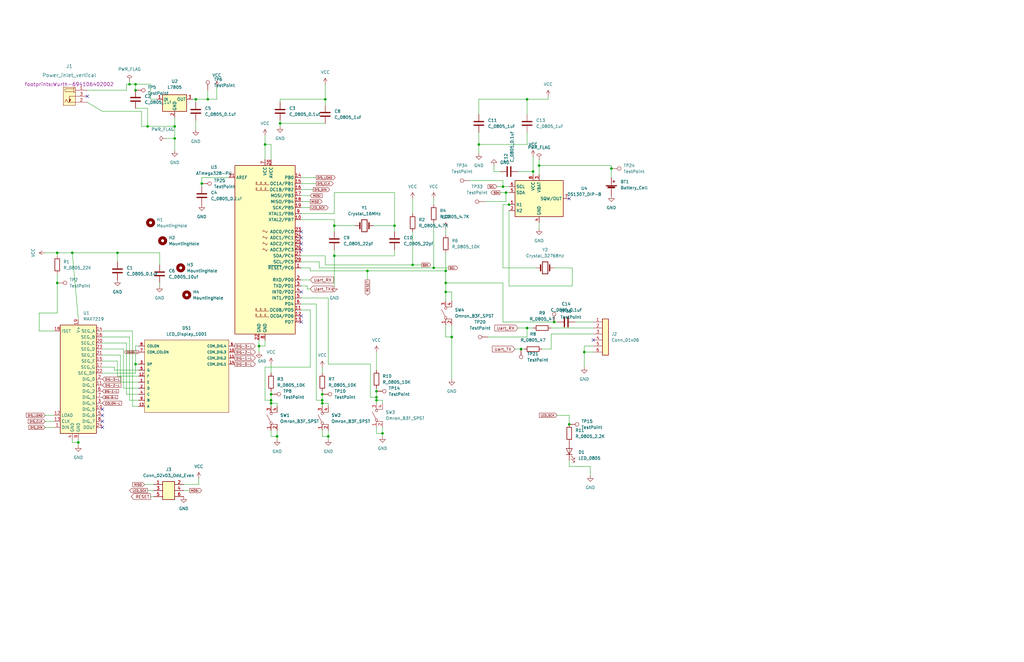
<source format=kicad_sch>
(kicad_sch (version 20211123) (generator eeschema)
  (paper "USLedger")
  (junction (at 158.75 167.64))
  (junction (at 73.66 58.42))
  (junction (at 173.99 111.76))
  (junction (at 227.33 69.85))
  (junction (at 135.89 168.91))
  (junction (at 166.37 95.25))
  (junction (at 116.84 184.15))
  (junction (at 158.75 165.1))
  (junction (at 222.25 41.91))
  (junction (at 57.15 153.67))
  (junction (at 57.15 38.1))
  (junction (at 114.3 166.37))
  (junction (at 135.89 170.18))
  (junction (at 49.53 106.68))
  (junction (at 190.5 142.24))
  (junction (at 54.61 35.56))
  (junction (at 187.96 119.38))
  (junction (at 257.81 71.12))
  (junction (at 224.79 72.39))
  (junction (at 213.36 81.28))
  (junction (at 135.89 166.37))
  (junction (at 158.75 168.91))
  (junction (at 212.09 78.74))
  (junction (at 240.03 179.07))
  (junction (at 214.63 86.36))
  (junction (at 140.97 107.95))
  (junction (at 114.3 168.91))
  (junction (at 219.71 147.32))
  (junction (at 140.97 95.25))
  (junction (at 111.76 60.96))
  (junction (at 118.11 52.07))
  (junction (at 114.3 170.18))
  (junction (at 182.88 113.03))
  (junction (at 33.02 186.69))
  (junction (at 24.13 106.68))
  (junction (at 85.09 77.47))
  (junction (at 30.48 106.68))
  (junction (at 222.25 138.43))
  (junction (at 62.23 53.34))
  (junction (at 246.38 148.59))
  (junction (at 82.55 41.91))
  (junction (at 24.13 119.38))
  (junction (at 233.68 135.89))
  (junction (at 154.94 114.3))
  (junction (at 187.96 123.19))
  (junction (at 137.16 41.91))
  (junction (at 201.93 60.96))
  (junction (at 57.15 35.56))
  (junction (at 87.63 41.91))
  (junction (at 138.43 184.15))
  (junction (at 73.66 53.34))
  (junction (at 161.29 182.88))
  (junction (at 109.22 146.05))
  (junction (at 187.96 114.3))
  (no_connect (at 127 100.33))
  (no_connect (at 127 97.79))
  (no_connect (at 127 105.41))
  (no_connect (at 127 102.87))
  (no_connect (at 36.83 40.64))
  (no_connect (at 43.18 177.8))
  (no_connect (at 43.18 175.26))
  (no_connect (at 43.18 180.34))
  (no_connect (at 43.18 172.72))
  (no_connect (at 240.03 83.82))
  (no_connect (at 127 123.19))
  (no_connect (at 127 133.35))
  (no_connect (at 127 135.89))
  (no_connect (at 250.19 143.51))
  (wire (pts (xy 62.23 53.34) (xy 73.66 53.34)))
  (wire (pts (xy 49.53 106.68) (xy 67.31 106.68)))
  (wire (pts (xy 73.66 49.53) (xy 73.66 53.34)))
  (wire (pts (xy 63.5 41.91) (xy 66.04 41.91)))
  (wire (pts (xy 127 90.17) (xy 140.97 90.17)))
  (wire (pts (xy 140.97 105.41) (xy 140.97 107.95)))
  (wire (pts (xy 114.3 153.67) (xy 114.3 157.48)))
  (wire (pts (xy 227.33 69.85) (xy 257.81 69.85)))
  (wire (pts (xy 127 120.65) (xy 129.54 120.65)))
  (wire (pts (xy 54.61 168.91) (xy 58.42 168.91)))
  (wire (pts (xy 48.26 154.94) (xy 48.26 156.21)))
  (wire (pts (xy 227.33 73.66) (xy 227.33 69.85)))
  (wire (pts (xy 127 92.71) (xy 140.97 92.71)))
  (wire (pts (xy 59.69 46.99) (xy 59.69 53.34)))
  (wire (pts (xy 246.38 148.59) (xy 246.38 154.94)))
  (wire (pts (xy 140.97 92.71) (xy 140.97 95.25)))
  (wire (pts (xy 127 118.11) (xy 130.81 118.11)))
  (wire (pts (xy 133.35 128.27) (xy 133.35 168.91)))
  (wire (pts (xy 82.55 50.8) (xy 82.55 54.61)))
  (wire (pts (xy 43.18 147.32) (xy 52.07 147.32)))
  (wire (pts (xy 233.68 135.89) (xy 234.95 135.89)))
  (wire (pts (xy 240.03 175.26) (xy 240.03 179.07)))
  (wire (pts (xy 54.61 35.56) (xy 57.15 35.56)))
  (wire (pts (xy 248.92 196.85) (xy 248.92 200.66)))
  (wire (pts (xy 96.52 74.93) (xy 85.09 74.93)))
  (wire (pts (xy 19.05 177.8) (xy 22.86 177.8)))
  (wire (pts (xy 140.97 107.95) (xy 140.97 120.65)))
  (wire (pts (xy 161.29 182.88) (xy 161.29 184.15)))
  (wire (pts (xy 187.96 119.38) (xy 212.09 119.38)))
  (wire (pts (xy 53.34 35.56) (xy 54.61 35.56)))
  (wire (pts (xy 204.47 85.09) (xy 213.36 85.09)))
  (wire (pts (xy 208.28 69.85) (xy 208.28 72.39)))
  (wire (pts (xy 190.5 123.19) (xy 187.96 123.19)))
  (wire (pts (xy 24.13 132.08) (xy 16.51 132.08)))
  (wire (pts (xy 212.09 135.89) (xy 233.68 135.89)))
  (wire (pts (xy 201.93 41.91) (xy 222.25 41.91)))
  (wire (pts (xy 130.81 114.3) (xy 154.94 114.3)))
  (wire (pts (xy 134.62 110.49) (xy 134.62 113.03)))
  (wire (pts (xy 214.63 120.65) (xy 241.3 120.65)))
  (wire (pts (xy 114.3 181.61) (xy 114.3 184.15)))
  (wire (pts (xy 49.53 106.68) (xy 49.53 110.49)))
  (wire (pts (xy 48.26 156.21) (xy 58.42 156.21)))
  (wire (pts (xy 111.76 146.05) (xy 109.22 146.05)))
  (wire (pts (xy 49.53 158.75) (xy 58.42 158.75)))
  (wire (pts (xy 222.25 138.43) (xy 224.79 138.43)))
  (wire (pts (xy 158.75 167.64) (xy 158.75 168.91)))
  (wire (pts (xy 109.22 143.51) (xy 109.22 146.05)))
  (wire (pts (xy 57.15 153.67) (xy 58.42 153.67)))
  (wire (pts (xy 127 125.73) (xy 138.43 125.73)))
  (wire (pts (xy 137.16 107.95) (xy 137.16 111.76)))
  (wire (pts (xy 43.18 152.4) (xy 49.53 152.4)))
  (wire (pts (xy 210.82 81.28) (xy 213.36 81.28)))
  (wire (pts (xy 24.13 106.68) (xy 24.13 107.95)))
  (wire (pts (xy 138.43 184.15) (xy 138.43 185.42)))
  (wire (pts (xy 43.18 144.78) (xy 53.34 144.78)))
  (wire (pts (xy 30.48 106.68) (xy 33.02 134.62)))
  (wire (pts (xy 109.22 146.05) (xy 109.22 148.59)))
  (wire (pts (xy 135.89 166.37) (xy 135.89 168.91)))
  (wire (pts (xy 212.09 78.74) (xy 212.09 76.2)))
  (wire (pts (xy 43.18 149.86) (xy 50.8 149.86)))
  (wire (pts (xy 81.28 41.91) (xy 82.55 41.91)))
  (wire (pts (xy 135.89 165.1) (xy 135.89 166.37)))
  (wire (pts (xy 187.96 106.68) (xy 187.96 114.3)))
  (wire (pts (xy 36.83 43.18) (xy 43.18 46.99)))
  (wire (pts (xy 49.53 152.4) (xy 49.53 158.75)))
  (wire (pts (xy 114.3 184.15) (xy 116.84 184.15)))
  (wire (pts (xy 127 80.01) (xy 132.08 80.01)))
  (wire (pts (xy 16.51 132.08) (xy 16.51 139.7)))
  (wire (pts (xy 30.48 106.68) (xy 49.53 106.68)))
  (wire (pts (xy 77.47 204.47) (xy 83.82 204.47)))
  (wire (pts (xy 158.75 163.83) (xy 158.75 165.1)))
  (wire (pts (xy 213.36 81.28) (xy 214.63 81.28)))
  (wire (pts (xy 111.76 154.94) (xy 111.76 168.91)))
  (wire (pts (xy 82.55 43.18) (xy 82.55 41.91)))
  (wire (pts (xy 127 128.27) (xy 133.35 128.27)))
  (wire (pts (xy 173.99 83.82) (xy 173.99 90.17)))
  (wire (pts (xy 43.18 154.94) (xy 48.26 154.94)))
  (wire (pts (xy 212.09 76.2) (xy 198.12 76.2)))
  (wire (pts (xy 57.15 45.72) (xy 62.23 45.72)))
  (wire (pts (xy 135.89 168.91) (xy 135.89 170.18)))
  (wire (pts (xy 138.43 125.73) (xy 138.43 153.67)))
  (wire (pts (xy 116.84 170.18) (xy 114.3 170.18)))
  (wire (pts (xy 43.18 139.7) (xy 55.88 139.7)))
  (wire (pts (xy 214.63 86.36) (xy 212.09 86.36)))
  (wire (pts (xy 157.48 95.25) (xy 166.37 95.25)))
  (wire (pts (xy 182.88 93.98) (xy 182.88 113.03)))
  (wire (pts (xy 140.97 95.25) (xy 149.86 95.25)))
  (wire (pts (xy 138.43 181.61) (xy 138.43 184.15)))
  (wire (pts (xy 222.25 41.91) (xy 222.25 48.26)))
  (wire (pts (xy 127 113.03) (xy 130.81 113.03)))
  (wire (pts (xy 138.43 153.67) (xy 156.21 153.67)))
  (wire (pts (xy 201.93 41.91) (xy 201.93 48.26)))
  (wire (pts (xy 116.84 171.45) (xy 116.84 170.18)))
  (wire (pts (xy 134.62 113.03) (xy 182.88 113.03)))
  (wire (pts (xy 62.23 45.72) (xy 62.23 53.34)))
  (wire (pts (xy 58.42 146.05) (xy 57.15 146.05)))
  (wire (pts (xy 257.81 71.12) (xy 257.81 74.93)))
  (wire (pts (xy 240.03 194.31) (xy 240.03 196.85)))
  (wire (pts (xy 55.88 171.45) (xy 58.42 171.45)))
  (wire (pts (xy 135.89 170.18) (xy 135.89 171.45)))
  (wire (pts (xy 63.5 209.55) (xy 64.77 209.55)))
  (wire (pts (xy 158.75 165.1) (xy 158.75 167.64)))
  (wire (pts (xy 140.97 107.95) (xy 166.37 107.95)))
  (wire (pts (xy 250.19 140.97) (xy 232.41 140.97)))
  (wire (pts (xy 187.96 137.16) (xy 187.96 142.24)))
  (wire (pts (xy 158.75 168.91) (xy 158.75 170.18)))
  (wire (pts (xy 127 130.81) (xy 130.81 130.81)))
  (wire (pts (xy 130.81 113.03) (xy 130.81 114.3)))
  (wire (pts (xy 222.25 55.88) (xy 222.25 60.96)))
  (wire (pts (xy 43.18 46.99) (xy 59.69 46.99)))
  (wire (pts (xy 118.11 43.18) (xy 118.11 41.91)))
  (wire (pts (xy 111.76 154.94) (xy 130.81 154.94)))
  (wire (pts (xy 224.79 66.04) (xy 224.79 72.39)))
  (wire (pts (xy 59.69 53.34) (xy 62.23 53.34)))
  (wire (pts (xy 111.76 168.91) (xy 114.3 168.91)))
  (wire (pts (xy 114.3 165.1) (xy 114.3 166.37)))
  (wire (pts (xy 127 110.49) (xy 134.62 110.49)))
  (wire (pts (xy 166.37 95.25) (xy 166.37 97.79)))
  (wire (pts (xy 190.5 127) (xy 190.5 123.19)))
  (wire (pts (xy 24.13 119.38) (xy 24.13 132.08)))
  (wire (pts (xy 30.48 185.42) (xy 30.48 186.69)))
  (wire (pts (xy 36.83 38.1) (xy 53.34 38.1)))
  (wire (pts (xy 53.34 38.1) (xy 53.34 35.56)))
  (wire (pts (xy 217.17 147.32) (xy 219.71 147.32)))
  (wire (pts (xy 127 82.55) (xy 130.81 82.55)))
  (wire (pts (xy 127 85.09) (xy 130.81 85.09)))
  (wire (pts (xy 114.3 170.18) (xy 114.3 171.45)))
  (wire (pts (xy 83.82 201.93) (xy 83.82 204.47)))
  (wire (pts (xy 53.34 166.37) (xy 58.42 166.37)))
  (wire (pts (xy 215.9 86.36) (xy 214.63 86.36)))
  (wire (pts (xy 67.31 119.38) (xy 67.31 120.65)))
  (wire (pts (xy 114.3 67.31) (xy 114.3 60.96)))
  (wire (pts (xy 224.79 72.39) (xy 224.79 73.66)))
  (wire (pts (xy 187.96 142.24) (xy 190.5 142.24)))
  (wire (pts (xy 156.21 153.67) (xy 156.21 167.64)))
  (wire (pts (xy 218.44 72.39) (xy 224.79 72.39)))
  (wire (pts (xy 201.93 60.96) (xy 222.25 60.96)))
  (wire (pts (xy 127 87.63) (xy 130.81 87.63)))
  (wire (pts (xy 241.3 113.03) (xy 233.68 113.03)))
  (wire (pts (xy 50.8 149.86) (xy 50.8 161.29)))
  (wire (pts (xy 214.63 88.9) (xy 214.63 120.65)))
  (wire (pts (xy 133.35 168.91) (xy 135.89 168.91)))
  (wire (pts (xy 114.3 168.91) (xy 114.3 170.18)))
  (wire (pts (xy 210.82 72.39) (xy 208.28 72.39)))
  (wire (pts (xy 166.37 81.28) (xy 166.37 95.25)))
  (wire (pts (xy 50.8 161.29) (xy 58.42 161.29)))
  (wire (pts (xy 213.36 81.28) (xy 213.36 85.09)))
  (wire (pts (xy 129.54 121.92) (xy 130.81 121.92)))
  (wire (pts (xy 43.18 157.48) (xy 57.15 157.48)))
  (wire (pts (xy 91.44 36.83) (xy 91.44 41.91)))
  (wire (pts (xy 205.74 142.24) (xy 222.25 142.24)))
  (wire (pts (xy 242.57 135.89) (xy 250.19 135.89)))
  (wire (pts (xy 67.31 106.68) (xy 67.31 111.76)))
  (wire (pts (xy 85.09 77.47) (xy 85.09 78.74)))
  (wire (pts (xy 137.16 35.56) (xy 137.16 41.91)))
  (wire (pts (xy 85.09 74.93) (xy 85.09 77.47)))
  (wire (pts (xy 246.38 148.59) (xy 250.19 148.59)))
  (wire (pts (xy 118.11 41.91) (xy 137.16 41.91)))
  (wire (pts (xy 127 77.47) (xy 133.35 77.47)))
  (wire (pts (xy 77.47 207.01) (xy 80.01 207.01)))
  (wire (pts (xy 232.41 140.97) (xy 232.41 147.32)))
  (wire (pts (xy 212.09 113.03) (xy 226.06 113.03)))
  (wire (pts (xy 54.61 142.24) (xy 54.61 168.91)))
  (wire (pts (xy 114.3 166.37) (xy 114.3 168.91)))
  (wire (pts (xy 234.95 175.26) (xy 240.03 175.26)))
  (wire (pts (xy 127 107.95) (xy 137.16 107.95)))
  (wire (pts (xy 19.05 180.34) (xy 22.86 180.34)))
  (wire (pts (xy 116.84 184.15) (xy 116.84 185.42)))
  (wire (pts (xy 30.48 186.69) (xy 33.02 186.69)))
  (wire (pts (xy 212.09 78.74) (xy 214.63 78.74)))
  (wire (pts (xy 158.75 148.59) (xy 158.75 156.21)))
  (wire (pts (xy 87.63 38.1) (xy 87.63 41.91)))
  (wire (pts (xy 135.89 154.94) (xy 135.89 157.48)))
  (wire (pts (xy 232.41 138.43) (xy 250.19 138.43)))
  (wire (pts (xy 82.55 41.91) (xy 87.63 41.91)))
  (wire (pts (xy 227.33 93.98) (xy 227.33 96.52)))
  (wire (pts (xy 135.89 184.15) (xy 138.43 184.15)))
  (wire (pts (xy 190.5 137.16) (xy 190.5 142.24)))
  (wire (pts (xy 212.09 119.38) (xy 212.09 135.89)))
  (wire (pts (xy 19.05 175.26) (xy 22.86 175.26)))
  (wire (pts (xy 111.76 57.15) (xy 111.76 60.96)))
  (wire (pts (xy 53.34 144.78) (xy 53.34 166.37)))
  (wire (pts (xy 222.25 41.91) (xy 231.14 41.91)))
  (wire (pts (xy 201.93 55.88) (xy 201.93 60.96)))
  (wire (pts (xy 138.43 171.45) (xy 138.43 170.18)))
  (wire (pts (xy 187.96 119.38) (xy 187.96 123.19)))
  (wire (pts (xy 240.03 196.85) (xy 248.92 196.85)))
  (wire (pts (xy 140.97 95.25) (xy 140.97 97.79)))
  (wire (pts (xy 24.13 115.57) (xy 24.13 119.38)))
  (wire (pts (xy 63.5 35.56) (xy 57.15 35.56)))
  (wire (pts (xy 111.76 60.96) (xy 114.3 60.96)))
  (wire (pts (xy 257.81 69.85) (xy 257.81 71.12)))
  (wire (pts (xy 228.6 147.32) (xy 232.41 147.32)))
  (wire (pts (xy 154.94 114.3) (xy 154.94 118.11)))
  (wire (pts (xy 63.5 35.56) (xy 63.5 41.91)))
  (wire (pts (xy 138.43 170.18) (xy 135.89 170.18)))
  (wire (pts (xy 118.11 50.8) (xy 118.11 52.07)))
  (wire (pts (xy 212.09 86.36) (xy 212.09 113.03)))
  (wire (pts (xy 60.96 204.47) (xy 64.77 204.47)))
  (wire (pts (xy 73.66 58.42) (xy 73.66 63.5)))
  (wire (pts (xy 57.15 146.05) (xy 57.15 153.67)))
  (wire (pts (xy 190.5 142.24) (xy 190.5 160.02)))
  (wire (pts (xy 227.33 67.31) (xy 227.33 69.85)))
  (wire (pts (xy 111.76 60.96) (xy 111.76 67.31)))
  (wire (pts (xy 19.05 106.68) (xy 24.13 106.68)))
  (wire (pts (xy 250.19 146.05) (xy 246.38 146.05)))
  (wire (pts (xy 219.71 147.32) (xy 220.98 147.32)))
  (wire (pts (xy 116.84 181.61) (xy 116.84 184.15)))
  (wire (pts (xy 156.21 167.64) (xy 158.75 167.64)))
  (wire (pts (xy 166.37 105.41) (xy 166.37 107.95)))
  (wire (pts (xy 43.18 142.24) (xy 54.61 142.24)))
  (wire (pts (xy 129.54 120.65) (xy 129.54 121.92)))
  (wire (pts (xy 33.02 185.42) (xy 33.02 186.69)))
  (wire (pts (xy 187.96 123.19) (xy 187.96 127)))
  (wire (pts (xy 52.07 147.32) (xy 52.07 163.83)))
  (wire (pts (xy 33.02 186.69) (xy 33.02 187.96)))
  (wire (pts (xy 57.15 38.1) (xy 57.15 35.56)))
  (wire (pts (xy 231.14 40.64) (xy 231.14 41.91)))
  (wire (pts (xy 111.76 143.51) (xy 111.76 146.05)))
  (wire (pts (xy 118.11 52.07) (xy 137.16 52.07)))
  (wire (pts (xy 62.23 207.01) (xy 64.77 207.01)))
  (wire (pts (xy 87.63 41.91) (xy 91.44 41.91)))
  (wire (pts (xy 209.55 78.74) (xy 212.09 78.74)))
  (wire (pts (xy 161.29 170.18) (xy 161.29 168.91)))
  (wire (pts (xy 173.99 111.76) (xy 177.8 111.76)))
  (wire (pts (xy 218.44 138.43) (xy 222.25 138.43)))
  (wire (pts (xy 135.89 181.61) (xy 135.89 184.15)))
  (wire (pts (xy 54.61 34.29) (xy 54.61 35.56)))
  (wire (pts (xy 246.38 146.05) (xy 246.38 148.59)))
  (wire (pts (xy 182.88 83.82) (xy 182.88 86.36)))
  (wire (pts (xy 16.51 139.7) (xy 22.86 139.7)))
  (wire (pts (xy 57.15 153.67) (xy 57.15 157.48)))
  (wire (pts (xy 140.97 90.17) (xy 140.97 81.28)))
  (wire (pts (xy 173.99 97.79) (xy 173.99 111.76)))
  (wire (pts (xy 137.16 41.91) (xy 137.16 44.45)))
  (wire (pts (xy 222.25 138.43) (xy 222.25 142.24)))
  (wire (pts (xy 201.93 60.96) (xy 201.93 64.77)))
  (wire (pts (xy 52.07 163.83) (xy 58.42 163.83)))
  (wire (pts (xy 69.85 58.42) (xy 73.66 58.42)))
  (wire (pts (xy 158.75 182.88) (xy 161.29 182.88)))
  (wire (pts (xy 161.29 168.91) (xy 158.75 168.91)))
  (wire (pts (xy 24.13 106.68) (xy 30.48 106.68)))
  (wire (pts (xy 130.81 130.81) (xy 130.81 154.94)))
  (wire (pts (xy 241.3 120.65) (xy 241.3 113.03)))
  (wire (pts (xy 154.94 114.3) (xy 187.96 114.3)))
  (wire (pts (xy 140.97 81.28) (xy 166.37 81.28)))
  (wire (pts (xy 158.75 180.34) (xy 158.75 182.88)))
  (wire (pts (xy 73.66 53.34) (xy 73.66 58.42)))
  (wire (pts (xy 118.11 52.07) (xy 118.11 53.34)))
  (wire (pts (xy 187.96 114.3) (xy 187.96 119.38)))
  (wire (pts (xy 55.88 139.7) (xy 55.88 171.45)))
  (wire (pts (xy 182.88 113.03) (xy 189.23 113.03)))
  (wire (pts (xy 127 74.93) (xy 133.35 74.93)))
  (wire (pts (xy 137.16 111.76) (xy 173.99 111.76)))
  (wire (pts (xy 187.96 96.52) (xy 187.96 99.06)))
  (wire (pts (xy 161.29 180.34) (xy 161.29 182.88)))
  (global_label "DIS_LOAD" (shape output) (at 133.35 74.93 0) (effects (font (size 0.91 0.91))) (property "Intersheet References" "${INTERSHEET_REFS}" (effects hide)))
  (global_label "SDA" (shape output) (at 210.82 81.28 180) (effects (font (size 0.81 0.81))) (property "Intersheet References" "${INTERSHEET_REFS}" (effects hide)))
  (global_label "SDA" (shape output) (at 177.8 111.76 0) (effects (font (size 0.81 0.81))) (property "Intersheet References" "${INTERSHEET_REFS}" (effects hide)))
  (global_label "MISO" (shape input) (at 60.96 204.47 180) (effects (font (size 0.91 0.91))) (property "Intersheet References" "${INTERSHEET_REFS}" (effects hide)))
  (global_label "DIG-3-L" (shape input) (at 43.18 160.02 0) (effects (font (size 0.91 0.91))) (property "Intersheet References" "${INTERSHEET_REFS}" (effects hide)))
  (global_label "Uart_TX" (shape input) (at 130.81 121.92 0) (property "Intersheet References" "${INTERSHEET_REFS}" (effects hide)))
  (global_label "COLON-L" (shape input) (at 43.18 170.18 0) (effects (font (size 0.91 0.91))) (property "Intersheet References" "${INTERSHEET_REFS}" (effects hide)))
  (global_label "Uart_TX" (shape input) (at 217.17 147.32 180) (property "Intersheet References" "${INTERSHEET_REFS}" (effects hide)))
  (global_label "DIS_CLK" (shape input) (at 19.05 177.8 180) (effects (font (size 0.91 0.91))) (property "Intersheet References" "${INTERSHEET_REFS}" (effects hide)))
  (global_label "DIG-3-L" (shape output) (at 99.06 146.05 0) (effects (font (size 1 1))) (property "Intersheet References" "${INTERSHEET_REFS}" (effects hide)))
  (global_label "DIS_LOAD" (shape input) (at 19.05 175.26 180) (effects (font (size 0.91 0.91))) (property "Intersheet References" "${INTERSHEET_REFS}" (effects hide)))
  (global_label "DIG-0-L" (shape output) (at 99.06 153.67 0) (effects (font (size 1 1))) (property "Intersheet References" "${INTERSHEET_REFS}" (effects hide)))
  (global_label "Uart_RX" (shape input) (at 218.44 138.43 180) (property "Intersheet References" "${INTERSHEET_REFS}" (effects hide)))
  (global_label "MISO" (shape output) (at 130.81 85.09 0) (effects (font (size 0.91 0.91))) (property "Intersheet References" "${INTERSHEET_REFS}" (effects hide)))
  (global_label "MOSI" (shape input) (at 130.81 82.55 0) (effects (font (size 0.91 0.91))) (property "Intersheet References" "${INTERSHEET_REFS}" (effects hide)))
  (global_label "DIG-2-L" (shape output) (at 99.06 148.59 0) (effects (font (size 1 1))) (property "Intersheet References" "${INTERSHEET_REFS}" (effects hide)))
  (global_label "DIS_DIN" (shape input) (at 19.05 180.34 180) (effects (font (size 0.91 0.91))) (property "Intersheet References" "${INTERSHEET_REFS}" (effects hide)))
  (global_label "DIS_CLK" (shape output) (at 133.35 77.47 0) (effects (font (size 0.91 0.91))) (property "Intersheet References" "${INTERSHEET_REFS}" (effects hide)))
  (global_label "COLON-L" (shape output) (at 58.42 148.59 180) (effects (font (size 0.67 0.67))) (property "Intersheet References" "${INTERSHEET_REFS}" (effects hide)))
  (global_label "DIS_DIN" (shape output) (at 132.08 80.01 0) (effects (font (size 0.91 0.91))) (property "Intersheet References" "${INTERSHEET_REFS}" (effects hide)))
  (global_label "LED_SCK" (shape output) (at 62.23 207.01 180) (effects (font (size 0.91 0.91))) (property "Intersheet References" "${INTERSHEET_REFS}" (effects hide)))
  (global_label "DIG-1-L" (shape input) (at 43.18 165.1 0) (effects (font (size 0.79 0.79))) (property "Intersheet References" "${INTERSHEET_REFS}" (effects hide)))
  (global_label "SCL" (shape output) (at 189.23 113.03 0) (effects (font (size 0.81 0.81))) (property "Intersheet References" "${INTERSHEET_REFS}" (effects hide)))
  (global_label "MOSI" (shape output) (at 80.01 207.01 0) (effects (font (size 0.91 0.91))) (property "Intersheet References" "${INTERSHEET_REFS}" (effects hide)))
  (global_label "DIG-0-L" (shape input) (at 43.18 167.64 0) (effects (font (size 0.75 0.75))) (property "Intersheet References" "${INTERSHEET_REFS}" (effects hide)))
  (global_label "SCL" (shape input) (at 209.55 78.74 180) (effects (font (size 0.81 0.81))) (property "Intersheet References" "${INTERSHEET_REFS}" (effects hide)))
  (global_label "LED_SCK" (shape output) (at 130.81 87.63 0) (effects (font (size 0.91 0.91))) (property "Intersheet References" "${INTERSHEET_REFS}" (effects hide)))
  (global_label "LED_SCK" (shape input) (at 234.95 175.26 180) (effects (font (size 0.91 0.91))) (property "Intersheet References" "${INTERSHEET_REFS}" (effects hide)))
  (global_label "RESET" (shape output) (at 63.5 209.55 180) (property "Intersheet References" "${INTERSHEET_REFS}" (effects hide)))
  (global_label "RESET" (shape output) (at 154.94 118.11 270) (effects (font (size 1 1))) (property "Intersheet References" "${INTERSHEET_REFS}" (effects hide)))
  (global_label "DIG-2-L" (shape input) (at 43.18 162.56 0) (effects (font (size 0.91 0.91))) (property "Intersheet References" "${INTERSHEET_REFS}" (effects hide)))
  (global_label "DIG-1-L" (shape output) (at 99.06 151.13 0) (effects (font (size 1 1))) (property "Intersheet References" "${INTERSHEET_REFS}" (effects hide)))
  (global_label "Uart_RX" (shape input) (at 130.81 118.11 0) (property "Intersheet References" "${INTERSHEET_REFS}" (effects hide)))
  (symbol (lib_id "HPS:Crystal_32768Hz") (at 229.87 113.03 0) (unit 1)
    (property "Reference" "Y2" (at 229.87 105.41 0))
    (property "Value" "Crystal_32768Hz" (at 229.87 107.95 0))
    (property "Footprint" "footprints:Crystal_SMD_2Pin_3.2x1.5mm" (effects hide))
    (property "Datasheet" "https://www.jauch.com/downloadfile/57fde22d50dbf_d3c203011c87952f2834/jtx310-auto-2-210512.pdf" (effects hide))
    (property "MFG" "Jauch Quartz" (effects hide))
    (property "MPN" "Q 0,032768-JTX310-12,5-20-T1-HMR-50K-LF" (effects hide))
    (property "Digikey PN" "1908-1314-1-ND" (effects hide))
    (property "Mouser PN" "N/A" (effects hide))
  )
  (symbol (lib_id "HPS:R_0805_10K") (at 114.3 161.29 0) (unit 1)
    (property "Reference" "R3" (at 116.84 160.0199 0) (effects (justify left)))
    (property "Value" "R_0805_10K" (at 116.84 162.5599 0) (effects (justify left)))
    (property "Footprint" "footprints:R_0805_2012Metric" (effects hide))
    (property "Datasheet" "https://www.digikey.com/en/products/detail/yageo/RC0805FR-0710KL/727535" (effects hide))
    (property "MFG" "Yageo" (effects hide))
    (property "MPN" "RC0805FR-0710KL" (effects hide))
    (property "Digikey PN" "311-10.0KCRCT-ND" (effects hide))
    (property "Mouser PN" "N/A" (effects hide))
    (property "Power" "N/A" (effects hide))
    (property "Tolerance" "N/A" (effects hide))
  )
  (symbol (lib_id "HPS:TestPoint") (at 87.63 38.1 0) (unit 1)
    (property "Reference" "TP6" (at 90.17 33.5279 0) (effects (justify left)))
    (property "Value" "TestPoint" (at 90.17 36.0679 0) (effects (justify left)))
    (property "Footprint" "footprints:TestPoint_THTPad_D2.0mm_Drill1.0mm" (effects hide))
  )
  (symbol (lib_id "HPS:VCC") (at 19.05 106.68 90) (unit 1)
    (property "Reference" "#PWR01" (effects hide))
    (property "Value" "VCC" (at 13.97 106.68 0))
  )
  (symbol (lib_id "HPS:GND") (at 138.43 185.42 0) (unit 1)
    (property "Reference" "#PWR0105" (effects hide))
    (property "Value" "GND" (at 138.43 190.5 0))
  )
  (symbol (lib_id "HPS:GND") (at 248.92 200.66 0) (unit 1)
    (property "Reference" "#PWR0104" (effects hide))
    (property "Value" "GND" (at 248.92 205.74 0))
  )
  (symbol (lib_id "HPS:Conn_01x06") (at 255.27 140.97 0) (unit 1)
    (property "Reference" "J2" (at 257.81 140.9699 0) (effects (justify left)))
    (property "Value" "Conn_01x06" (at 257.81 143.5099 0) (effects (justify left)))
    (property "Footprint" "footprints:PinHeader_1x06_P2.54mm_Vertical" (effects hide))
    (property "Datasheet" "https://www.we-online.de/katalog/datasheet/6130xx11121.pdf" (effects hide))
    (property "MFG" "Würth Elektronik" (effects hide))
    (property "MPN" "61300611121" (effects hide))
    (property "Digikey PN" "732-5319-ND" (effects hide))
    (property "Mouser PN" "N/A" (effects hide))
  )
  (symbol (lib_id "HPS:C_0805_22pf") (at 140.97 101.6 0) (unit 1)
    (property "Reference" "C9" (at 144.78 100.3299 0) (effects (justify left)))
    (property "Value" "C_0805_22pf" (at 144.78 102.8699 0) (effects (justify left)))
    (property "Footprint" "footprints:C_0805_2012Metric" (effects hide))
    (property "Datasheet" "https://www.yageo.com/upload/media/product/productsearch/datasheet/mlcc/UPY-GP_NP0_16V-to-50V_18.pdf" (effects hide))
    (property "MFG" "Yageo" (effects hide))
    (property "MPN" "CC0805JRNPO9BN220" (effects hide))
    (property "Digikey PN" "311-1103-1-ND" (effects hide))
    (property "Mouser PN" "N/A" (effects hide))
    (property "Voltage" "N/A" (effects hide))
    (property "Dielectric" "N/A" (effects hide))
    (property "Tolerance" "N/A" (effects hide))
  )
  (symbol (lib_id "HPS:GND") (at 246.38 154.94 0) (unit 1)
    (property "Reference" "#PWR0116" (effects hide))
    (property "Value" "GND" (at 246.38 160.02 0))
  )
  (symbol (lib_id "HPS:GND") (at 82.55 54.61 0) (unit 1)
    (property "Reference" "#PWR0108" (effects hide))
    (property "Value" "GND" (at 82.55 59.69 0))
  )
  (symbol (lib_id "HPS:MountingHole") (at 78.74 124.46 0) (unit 1)
    (property "Reference" "H4" (at 81.28 123.1899 0) (effects (justify left)))
    (property "Value" "MountingHole" (at 81.28 125.7299 0) (effects (justify left)))
    (property "Footprint" "footprints:MountingHole_3.2mm_M3" (effects hide))
  )
  (symbol (lib_id "HPS:VCC") (at 135.89 154.94 0) (unit 1)
    (property "Reference" "#PWR06" (effects hide))
    (property "Value" "VCC" (at 135.89 149.86 0))
  )
  (symbol (lib_id "HPS:MountingHole") (at 68.58 101.6 0) (unit 1)
    (property "Reference" "H2" (at 71.12 100.3299 0) (effects (justify left)))
    (property "Value" "MountingHole" (at 71.12 102.8699 0) (effects (justify left)))
    (property "Footprint" "footprints:MountingHole_3.2mm_M3" (effects hide))
  )
  (symbol (lib_id "HPS:TestPoint") (at 240.03 179.07 270) (unit 1)
    (property "Reference" "TP15" (at 245.11 177.7999 90) (effects (justify left)))
    (property "Value" "TestPoint" (at 245.11 180.3399 90) (effects (justify left)))
    (property "Footprint" "footprints:TestPoint_THTPad_D2.0mm_Drill1.0mm" (effects hide))
  )
  (symbol (lib_id "HPS:GND") (at 140.97 120.65 0) (unit 1)
    (property "Reference" "#PWR0118" (effects hide))
    (property "Value" "GND" (at 140.97 125.73 0))
  )
  (symbol (lib_id "HPS:C_0805_10uf") (at 67.31 115.57 0) (unit 1)
    (property "Reference" "C6" (at 71.12 114.2999 0) (effects (justify left)))
    (property "Value" "C_0805_10uf" (at 71.12 116.8399 0) (effects (justify left)))
    (property "Footprint" "footprints:C_0805_2012Metric" (effects hide))
    (property "Datasheet" "https://search.murata.co.jp/Ceramy/image/img/A01X/G101/ENG/GRM21BR61E106KA73-01.pdf" (effects hide))
    (property "MFG" "Murata Electronics" (effects hide))
    (property "MPN" "GRM21BR61E106KA73L" (effects hide))
    (property "Digikey PN" "490-5523-1-ND" (effects hide))
    (property "Mouser PN" "N/A" (effects hide))
    (property "Voltage" "N/A" (effects hide))
    (property "Dielectric" "N/A" (effects hide))
    (property "Tolerance" "N/A" (effects hide))
  )
  (symbol (lib_id "HPS:Omron_B3F_SPST") (at 158.75 175.26 90) (unit 1)
    (property "Reference" "SW3" (at 162.56 173.9899 90) (effects (justify right)))
    (property "Value" "Omron_B3F_SPST" (at 162.56 176.5299 90) (effects (justify right)))
    (property "Footprint" "footprints:SW_SPST_Omron_B3FS-100xP" (effects hide))
    (property "Datasheet" "https://omronfs.omron.com/en_US/ecb/products/pdf/en-b3fs.pdf" (effects hide))
    (property "MFG" "Omron Electronics Inc-EMC Div" (effects hide))
    (property "MPN" "B3FS-1000P" (effects hide))
    (property "Digikey PN" "SW423CT-ND" (effects hide))
    (property "Mouser PN" "N/A" (effects hide))
  )
  (symbol (lib_id "HPS:C_0805_22pf") (at 166.37 101.6 0) (unit 1)
    (property "Reference" "C10" (at 170.18 100.3299 0) (effects (justify left)))
    (property "Value" "C_0805_22pf" (at 170.18 102.8699 0) (effects (justify left)))
    (property "Footprint" "footprints:C_0805_2012Metric" (effects hide))
    (property "Datasheet" "https://www.yageo.com/upload/media/product/productsearch/datasheet/mlcc/UPY-GP_NP0_16V-to-50V_18.pdf" (effects hide))
    (property "MFG" "Yageo" (effects hide))
    (property "MPN" "CC0805JRNPO9BN220" (effects hide))
    (property "Digikey PN" "311-1103-1-ND" (effects hide))
    (property "Mouser PN" "N/A" (effects hide))
    (property "Voltage" "N/A" (effects hide))
    (property "Dielectric" "N/A" (effects hide))
    (property "Tolerance" "N/A" (effects hide))
  )
  (symbol (lib_id "HPS:ATmega328-PU") (at 111.76 105.41 0) (unit 1)
    (property "Reference" "U3" (at 90.17 70.5993 0))
    (property "Value" "ATmega328-PU" (at 90.17 73.1393 0))
    (property "Footprint" "footprints:DIP-28_W7.62mm" (effects hide))
    (property "Datasheet" "http://www.microchip.com/mymicrochip/filehandler.aspx?ddocname=en608326" (effects hide))
    (property "MFG" "On Shore Technology Inc." (effects hide))
    (property "MPN" "ED281DT" (effects hide))
    (property "Digikey PN" "ED3050-5-ND" (effects hide))
    (property "Mouser PN" "N/A" (effects hide))
  )
  (symbol (lib_id "HPS:GND") (at 33.02 187.96 0) (unit 1)
    (property "Reference" "#PWR0102" (effects hide))
    (property "Value" "GND" (at 33.02 193.04 0))
  )
  (symbol (lib_id "HPS:C_0805_1uf") (at 137.16 48.26 0) (unit 1)
    (property "Reference" "C8" (at 140.97 46.9899 0) (effects (justify left)))
    (property "Value" "C_0805_1uf" (at 140.97 49.5299 0) (effects (justify left)))
    (property "Footprint" "footprints:C_0805_2012Metric" (effects hide))
    (property "Datasheet" "https://www.yageo.com/upload/media/product/productsearch/datasheet/mlcc/UPY-GPHC_X7R_6.3V-to-50V_18.pdf" (effects hide))
    (property "MFG" "Yageo" (effects hide))
    (property "MPN" "CC0805KKX7R8BB105" (effects hide))
    (property "Digikey PN" "311-1456-1-ND" (effects hide))
    (property "Mouser PN" "N/A" (effects hide))
    (property "Voltage" "N/A" (effects hide))
    (property "Dielectric" "N/A" (effects hide))
    (property "Tolerance" "N/A" (effects hide))
  )
  (symbol (lib_id "HPS:MountingHole") (at 76.2 113.03 0) (unit 1)
    (property "Reference" "H3" (at 78.74 111.7599 0) (effects (justify left)))
    (property "Value" "MountingHole" (at 78.74 114.2999 0) (effects (justify left)))
    (property "Footprint" "footprints:MountingHole_3.2mm_M3" (effects hide))
  )
  (symbol (lib_id "HPS:LED_Display_1001") (at 101.6 153.67 180) (unit 1)
    (property "Reference" "DS1" (at 78.74 138.43 0))
    (property "Value" "LED_Display_1001" (at 78.74 140.97 0))
    (property "Footprint" "footprints:Adafruit-1001-0-0-MFG" (effects hide))
    (property "Datasheet" "https://cdn-shop.adafruit.com/datasheets/1001datasheet.pdf" (effects hide))
    (property "automotive" "No" (effects hide))
    (property "category" "Disp" (effects hide))
    (property "device class L1" "Optoelectronics" (effects hide))
    (property "device class L2" "Displays" (effects hide))
    (property "device class L3" "LED Displays" (effects hide))
    (property "digikey description" "WHITE 7-SEGMENT CLOCK DISPLAY" (effects hide))
    (property "digikey part number" "1528-1513-ND" (effects hide))
    (property "display type" "LED" (effects hide))
    (property "element config" "Common Cathode" (effects hide))
    (property "forward current" "20mA" (effects hide))
    (property "forward voltage" "3.2V" (effects hide))
    (property "height" "8.25mm" (effects hide))
    (property "lead free" "Yes" (effects hide))
    (property "library id" "a002f1a2b35db532" (effects hide))
    (property "luminous intensity" "30mcd" (effects hide))
    (property "manufacturer" "Adafruit" (effects hide))
    (property "mouser description" "Adafruit Accessories White 7-segment Clock Display" (effects hide))
    (property "mouser part number" "485-1001" (effects hide))
    (property "package" "PTH_50MM2_19MM0" (effects hide))
    (property "power dissipation" "100mW" (effects hide))
    (property "reverse voltage" "5V" (effects hide))
    (property "rohs" "Yes" (effects hide))
    (property "temperature range high" "+80°C" (effects hide))
    (property "temperature range low" "-40°C" (effects hide))
    (property "test current" "20mA" (effects hide))
    (property "MFG" "Adafruit Industries LLC" (effects hide))
    (property "MPN" "1001" (effects hide))
    (property "Digikey PN" "1528-1513-ND" (effects hide))
    (property "Mouser PN" "N/A" (effects hide))
  )
  (symbol (lib_id "HPS:GND") (at 73.66 63.5 0) (unit 1)
    (property "Reference" "#PWR0109" (effects hide))
    (property "Value" "GND" (at 73.66 68.58 0))
  )
  (symbol (lib_id "HPS:TestPoint") (at 204.47 85.09 90) (unit 1)
    (property "Reference" "TP33" (at 201.168 78.74 90))
    (property "Value" "TestPoint" (at 201.168 81.28 90))
    (property "Footprint" "footprints:TestPoint_THTPad_D2.0mm_Drill1.0mm" (effects hide))
  )
  (symbol (lib_id "HPS:DS1307_DIP-8") (at 227.33 83.82 0) (unit 1)
    (property "Reference" "U4" (at 246.38 79.4893 0))
    (property "Value" "DS1307_DIP-8" (at 246.38 82.0293 0))
    (property "Footprint" "footprints:DIP-8_W7.62mm" (effects hide))
    (property "Datasheet" "https://datasheets.maximintegrated.com/en/ds/DS1307.pdf" (effects hide))
    (property "MFG" "Assmann WSW Components" (effects hide))
    (property "MPN" "A 08-LC-TT" (effects hide))
    (property "Digikey PN" "AE9986-ND" (effects hide))
    (property "Mouser PN" "N/A" (effects hide))
  )
  (symbol (lib_id "HPS:R_0805_10K") (at 187.96 102.87 0) (unit 1)
    (property "Reference" "R6" (at 190.5 101.5999 0) (effects (justify left)))
    (property "Value" "R_0805_10K" (at 190.5 104.1399 0) (effects (justify left)))
    (property "Footprint" "footprints:R_0805_2012Metric" (effects hide))
    (property "Datasheet" "https://www.digikey.com/en/products/detail/yageo/RC0805FR-0710KL/727535" (effects hide))
    (property "MFG" "Yageo" (effects hide))
    (property "MPN" "RC0805FR-0710KL" (effects hide))
    (property "Digikey PN" "311-10.0KCRCT-ND" (effects hide))
    (property "Mouser PN" "N/A" (effects hide))
    (property "Power" "N/A" (effects hide))
    (property "Tolerance" "N/A" (effects hide))
  )
  (symbol (lib_id "HPS:TestPoint") (at 205.74 142.24 90) (unit 1)
    (property "Reference" "TP20" (at 202.438 135.89 90))
    (property "Value" "TestPoint" (at 202.438 138.43 90))
    (property "Footprint" "footprints:TestPoint_THTPad_D2.0mm_Drill1.0mm" (effects hide))
  )
  (symbol (lib_id "HPS:VCC") (at 137.16 35.56 0) (unit 1)
    (property "Reference" "#PWR07" (effects hide))
    (property "Value" "VCC" (at 137.16 30.48 0))
  )
  (symbol (lib_id "HPS:LED_0805") (at 240.03 190.5 90) (unit 1)
    (property "Reference" "D1" (at 243.84 190.8301 90) (effects (justify right)))
    (property "Value" "LED_0805" (at 243.84 193.3701 90) (effects (justify right)))
    (property "Footprint" "footprints:LED_0805_2012Metric" (effects hide))
    (property "Datasheet" "https://www.we-online.de/katalog/datasheet/150080RS75000.pdf" (effects hide))
    (property "MFG" "Würth Elektronik" (effects hide))
    (property "MPN" "150080RS75000" (effects hide))
    (property "Digikey PN" "732-4984-1-ND" (effects hide))
    (property "Mouser PN" "N/A" (effects hide))
  )
  (symbol (lib_id "HPS:GND") (at 190.5 160.02 0) (unit 1)
    (property "Reference" "#PWR0117" (effects hide))
    (property "Value" "GND" (at 190.5 165.1 0))
  )
  (symbol (lib_id "HPS:VCC") (at 224.79 66.04 0) (unit 1)
    (property "Reference" "#PWR012" (effects hide))
    (property "Value" "VCC" (at 224.79 60.96 0))
  )
  (symbol (lib_id "HPS:PWR_FLAG") (at 69.85 58.42 90) (unit 1)
    (property "Reference" "#FLG0101" (effects hide))
    (property "Value" "PWR_FLAG" (at 68.58 54.61 90))
  )
  (symbol (lib_id "HPS:R_0805_47") (at 224.79 147.32 90) (unit 1)
    (property "Reference" "R8" (at 224.79 140.97 90))
    (property "Value" "R_0805_47" (at 224.79 143.51 90))
    (property "Footprint" "footprints:R_0805_2012Metric" (effects hide))
    (property "Datasheet" "https://www.digikey.com/en/products/detail/yageo/RC0805FR-0747RL/727972" (effects hide))
    (property "MFG" "Yageo" (effects hide))
    (property "Digikey PN" "RC0805FR-0747RL " (effects hide))
    (property "Mouser PN" "N/A" (effects hide))
    (property "Power" "N/A" (effects hide))
    (property "Tolerance" "N/A" (effects hide))
    (property "MPN" "RC0805FR-0747RL " (effects hide))
  )
  (symbol (lib_id "HPS:C_0805_1uf") (at 222.25 52.07 0) (unit 1)
    (property "Reference" "C13" (at 226.06 50.7999 0) (effects (justify left)))
    (property "Value" "C_0805_1uf" (at 226.06 53.3399 0) (effects (justify left)))
    (property "Footprint" "footprints:C_0805_2012Metric" (effects hide))
    (property "Datasheet" "https://www.yageo.com/upload/media/product/productsearch/datasheet/mlcc/UPY-GPHC_X7R_6.3V-to-50V_18.pdf" (effects hide))
    (property "MFG" "Yageo" (effects hide))
    (property "MPN" "CC0805KKX7R8BB105" (effects hide))
    (property "Digikey PN" "311-1456-1-ND" (effects hide))
    (property "Mouser PN" "N/A" (effects hide))
    (property "Voltage" "N/A" (effects hide))
    (property "Dielectric" "N/A" (effects hide))
    (property "Tolerance" "N/A" (effects hide))
  )
  (symbol (lib_id "HPS:C_0805_0.1uf") (at 49.53 114.3 0) (unit 1)
    (property "Reference" "C1" (at 53.34 113.0299 0) (effects (justify left)))
    (property "Value" "C_0805_0.1uf" (at 53.34 115.5699 0) (effects (justify left)))
    (property "Footprint" "footprints:C_0805_2012Metric" (effects hide))
    (property "Datasheet" "https://datasheets.avx.com/X7RDielectric.pdf" (effects hide))
    (property "MFG" "AVX Corporation" (effects hide))
    (property "MPN" "08055C104KAT2A" (effects hide))
    (property "Digikey PN" "478-1395-1-ND" (effects hide))
    (property "Mouser PN" "N/A" (effects hide))
    (property "Voltage" "N/A" (effects hide))
    (property "Dielectric" "N/A" (effects hide))
    (property "Tolerance" "N/A" (effects hide))
  )
  (symbol (lib_id "HPS:Omron_B3F_SPST") (at 114.3 176.53 90) (unit 1)
    (property "Reference" "SW1" (at 118.11 175.2599 90) (effects (justify right)))
    (property "Value" "Omron_B3F_SPST" (at 118.11 177.7999 90) (effects (justify right)))
    (property "Footprint" "footprints:SW_SPST_Omron_B3FS-100xP" (effects hide))
    (property "Datasheet" "https://omronfs.omron.com/en_US/ecb/products/pdf/en-b3fs.pdf" (effects hide))
    (property "MFG" "Omron Electronics Inc-EMC Div" (effects hide))
    (property "MPN" "B3FS-1000P" (effects hide))
    (property "Digikey PN" "SW423CT-ND" (effects hide))
    (property "Mouser PN" "N/A" (effects hide))
  )
  (symbol (lib_id "HPS:C_0805_1uf") (at 201.93 52.07 0) (unit 1)
    (property "Reference" "C11" (at 205.74 50.7999 0) (effects (justify left)))
    (property "Value" "C_0805_1uf" (at 205.74 53.3399 0) (effects (justify left)))
    (property "Footprint" "footprints:C_0805_2012Metric" (effects hide))
    (property "Datasheet" "https://www.yageo.com/upload/media/product/productsearch/datasheet/mlcc/UPY-GPHC_X7R_6.3V-to-50V_18.pdf" (effects hide))
    (property "MFG" "Yageo" (effects hide))
    (property "MPN" "CC0805KKX7R8BB105" (effects hide))
    (property "Digikey PN" "311-1456-1-ND" (effects hide))
    (property "Mouser PN" "N/A" (effects hide))
    (property "Voltage" "N/A" (effects hide))
    (property "Dielectric" "N/A" (effects hide))
    (property "Tolerance" "N/A" (effects hide))
  )
  (symbol (lib_id "HPS:TestPoint") (at 57.15 38.1 270) (unit 1)
    (property "Reference" "TP5" (at 62.23 36.8299 90) (effects (justify left)))
    (property "Value" "TestPoint" (at 62.23 39.3699 90) (effects (justify left)))
    (property "Footprint" "footprints:TestPoint_THTPad_D2.0mm_Drill1.0mm" (effects hide))
  )
  (symbol (lib_id "HPS:GND") (at 49.53 118.11 0) (unit 1)
    (property "Reference" "#PWR0101" (effects hide))
    (property "Value" "GND" (at 49.53 123.19 0))
  )
  (symbol (lib_id "HPS:VCC") (at 158.75 148.59 0) (unit 1)
    (property "Reference" "#PWR08" (effects hide))
    (property "Value" "VCC" (at 158.75 143.51 0))
  )
  (symbol (lib_id "HPS:VCC") (at 173.99 83.82 0) (unit 1)
    (property "Reference" "#PWR09" (effects hide))
    (property "Value" "VCC" (at 173.99 78.74 0))
  )
  (symbol (lib_id "HPS:C_0805_1uf") (at 57.15 41.91 0) (unit 1)
    (property "Reference" "C2" (at 60.96 40.6399 0) (effects (justify left)))
    (property "Value" "C_0805_1uf" (at 60.96 43.1799 0) (effects (justify left)))
    (property "Footprint" "footprints:C_0805_2012Metric" (effects hide))
    (property "Datasheet" "https://www.yageo.com/upload/media/product/productsearch/datasheet/mlcc/UPY-GPHC_X7R_6.3V-to-50V_18.pdf" (effects hide))
    (property "MFG" "Yageo" (effects hide))
    (property "MPN" "CC0805KKX7R8BB105" (effects hide))
    (property "Digikey PN" "311-1456-1-ND" (effects hide))
    (property "Mouser PN" "N/A" (effects hide))
    (property "Voltage" "N/A" (effects hide))
    (property "Dielectric" "N/A" (effects hide))
    (property "Tolerance" "N/A" (effects hide))
  )
  (symbol (lib_id "HPS:PWR_FLAG") (at 227.33 67.31 0) (unit 1)
    (property "Reference" "#FLG0103" (effects hide))
    (property "Value" "PWR_FLAG" (at 227.33 62.23 0))
  )
  (symbol (lib_id "HPS:GND") (at 67.31 120.65 0) (unit 1)
    (property "Reference" "#PWR0120" (effects hide))
    (property "Value" "GND" (at 67.31 125.73 0))
  )
  (symbol (lib_id "HPS:C_0805_0.1uf") (at 214.63 72.39 90) (unit 1)
    (property "Reference" "C12" (at 213.3599 68.58 0) (effects (justify left)))
    (property "Value" "C_0805_0.1uf" (at 215.8999 68.58 0) (effects (justify left)))
    (property "Footprint" "footprints:C_0805_2012Metric" (effects hide))
    (property "Datasheet" "https://datasheets.avx.com/X7RDielectric.pdf" (effects hide))
    (property "MFG" "AVX Corporation" (effects hide))
    (property "MPN" "08055C104KAT2A" (effects hide))
    (property "Digikey PN" "478-1395-1-ND" (effects hide))
    (property "Mouser PN" "N/A" (effects hide))
    (property "Voltage" "N/A" (effects hide))
    (property "Dielectric" "N/A" (effects hide))
    (property "Tolerance" "N/A" (effects hide))
  )
  (symbol (lib_id "HPS:PWR_FLAG") (at 54.61 34.29 0) (unit 1)
    (property "Reference" "#FLG0102" (effects hide))
    (property "Value" "PWR_FLAG" (at 54.61 29.21 0))
  )
  (symbol (lib_id "HPS:TestPoint") (at 198.12 76.2 90) (unit 1)
    (property "Reference" "TP34" (at 194.818 69.85 90))
    (property "Value" "TestPoint" (at 194.818 72.39 90))
    (property "Footprint" "footprints:TestPoint_THTPad_D2.0mm_Drill1.0mm" (effects hide))
  )
  (symbol (lib_id "HPS:Omron_B3F_SPST") (at 187.96 132.08 90) (unit 1)
    (property "Reference" "SW4" (at 191.77 130.8099 90) (effects (justify right)))
    (property "Value" "Omron_B3F_SPST" (at 191.77 133.3499 90) (effects (justify right)))
    (property "Footprint" "footprints:SW_SPST_Omron_B3FS-100xP" (effects hide))
    (property "Datasheet" "https://omronfs.omron.com/en_US/ecb/products/pdf/en-b3fs.pdf" (effects hide))
    (property "MFG" "Omron Electronics Inc-EMC Div" (effects hide))
    (property "MPN" "B3FS-1000P" (effects hide))
    (property "Digikey PN" "SW423CT-ND" (effects hide))
    (property "Mouser PN" "N/A" (effects hide))
  )
  (symbol (lib_id "HPS:GND") (at 77.47 209.55 0) (unit 1)
    (property "Reference" "#PWR0119" (effects hide))
    (property "Value" "GND" (at 77.47 214.63 0))
  )
  (symbol (lib_id "HPS:Battery_Cell") (at 257.81 80.01 0) (unit 1)
    (property "Reference" "BT1" (at 261.62 76.7079 0) (effects (justify left)))
    (property "Value" "Battery_Cell" (at 261.62 79.2479 0) (effects (justify left)))
    (property "Footprint" "footprints:BatteryHolder_Keystone_106_1x20mm" (effects hide))
    (property "Datasheet" "https://media.digikey.com/pdf/Data%20Sheets/Memory%20Protection%20PDFs/Coin_Cell_Guide.pdf" (effects hide))
    (property "MFG" "MPD (Memory Protection Devices)" (effects hide))
    (property "MPN" "BS-7" (effects hide))
    (property "Digikey PN" "BS-7-ND" (effects hide))
    (property "Mouser PN" "N/A" (effects hide))
  )
  (symbol (lib_id "HPS:GND") (at 161.29 184.15 0) (unit 1)
    (property "Reference" "#PWR0107" (effects hide))
    (property "Value" "GND" (at 161.29 189.23 0))
  )
  (symbol (lib_id "HPS:R_0805_4.7K") (at 182.88 90.17 0) (unit 1)
    (property "Reference" "R4" (at 185.42 88.8999 0) (effects (justify left)))
    (property "Value" "R_0805_4.7K" (at 185.42 91.4399 0) (effects (justify left)))
    (property "Footprint" "footprints:R_0805_2012Metric" (effects hide))
    (property "Datasheet" "https://www.digikey.com/en/products/detail/yageo/RC0805FR-074K7L/727929" (effects hide))
    (property "MFG" "Yageo" (effects hide))
    (property "MPN" "RC0805FR-074K7L" (effects hide))
    (property "Digikey PN" "311-4.70KCRCT-ND" (effects hide))
    (property "Mouser PN" "N/A" (effects hide))
    (property "Power" "N/A" (effects hide))
    (property "Tolerance" "N/A" (effects hide))
  )
  (symbol (lib_id "HPS:TestPoint") (at 135.89 166.37 270) (unit 1)
    (property "Reference" "TP10" (at 140.97 165.0999 90) (effects (justify left)))
    (property "Value" "TestPoint" (at 140.97 167.6399 90) (effects (justify left)))
    (property "Footprint" "footprints:TestPoint_THTPad_D2.0mm_Drill1.0mm" (effects hide))
  )
  (symbol (lib_id "HPS:GND") (at 201.93 64.77 0) (unit 1)
    (property "Reference" "#PWR0112" (effects hide))
    (property "Value" "GND" (at 201.93 69.85 0))
  )
  (symbol (lib_id "HPS:VCC") (at 231.14 40.64 0) (unit 1)
    (property "Reference" "#PWR013" (effects hide))
    (property "Value" "VCC" (at 231.14 35.56 0))
  )
  (symbol (lib_id "HPS:VCC") (at 91.44 36.83 0) (unit 1)
    (property "Reference" "#PWR03" (effects hide))
    (property "Value" "VCC" (at 91.44 31.75 0))
  )
  (symbol (lib_id "HPS:Omron_B3F_SPST") (at 135.89 176.53 90) (unit 1)
    (property "Reference" "SW2" (at 139.7 175.2599 90) (effects (justify right)))
    (property "Value" "Omron_B3F_SPST" (at 139.7 177.7999 90) (effects (justify right)))
    (property "Footprint" "footprints:SW_SPST_Omron_B3FS-100xP" (effects hide))
    (property "Datasheet" "https://omronfs.omron.com/en_US/ecb/products/pdf/en-b3fs.pdf" (effects hide))
    (property "MFG" "Omron Electronics Inc-EMC Div" (effects hide))
    (property "MPN" "B3FS-1000P" (effects hide))
    (property "Digikey PN" "SW423CT-ND" (effects hide))
    (property "Mouser PN" "N/A" (effects hide))
  )
  (symbol (lib_id "HPS:GND") (at 109.22 148.59 0) (unit 1)
    (property "Reference" "#PWR0103" (effects hide))
    (property "Value" "GND" (at 110.49 152.4 0) (effects (font (size 1.12 1.12))))
  )
  (symbol (lib_id "HPS:TestPoint") (at 219.71 147.32 180) (unit 1)
    (property "Reference" "TP21" (at 222.25 149.3519 0) (effects (justify right)))
    (property "Value" "TestPoint" (at 222.25 151.8919 0) (effects (justify right)))
    (property "Footprint" "footprints:TestPoint_THTPad_D2.0mm_Drill1.0mm" (effects hide))
  )
  (symbol (lib_id "HPS:TestPoint") (at 158.75 165.1 270) (unit 1)
    (property "Reference" "TP14" (at 163.83 163.8299 90) (effects (justify left)))
    (property "Value" "TestPoint" (at 163.83 166.3699 90) (effects (justify left)))
    (property "Footprint" "footprints:TestPoint_THTPad_D2.0mm_Drill1.0mm" (effects hide))
  )
  (symbol (lib_id "HPS:R_0805_10K") (at 158.75 160.02 0) (unit 1)
    (property "Reference" "R10" (at 161.29 158.7499 0) (effects (justify left)))
    (property "Value" "R_0805_10K" (at 161.29 161.2899 0) (effects (justify left)))
    (property "Footprint" "footprints:R_0805_2012Metric" (effects hide))
    (property "Datasheet" "https://www.digikey.com/en/products/detail/yageo/RC0805FR-0710KL/727535" (effects hide))
    (property "MFG" "Yageo" (effects hide))
    (property "MPN" "RC0805FR-0710KL" (effects hide))
    (property "Digikey PN" "311-10.0KCRCT-ND" (effects hide))
    (property "Mouser PN" "N/A" (effects hide))
    (property "Power" "N/A" (effects hide))
    (property "Tolerance" "N/A" (effects hide))
  )
  (symbol (lib_id "HPS:VCC") (at 114.3 153.67 0) (unit 1)
    (property "Reference" "#PWR05" (effects hide))
    (property "Value" "VCC" (at 114.3 148.59 0))
  )
  (symbol (lib_id "HPS:GND") (at 118.11 53.34 0) (unit 1)
    (property "Reference" "#PWR0111" (effects hide))
    (property "Value" "GND" (at 118.11 58.42 0))
  )
  (symbol (lib_id "HPS:R_0805_47") (at 228.6 138.43 90) (unit 1)
    (property "Reference" "R9" (at 228.6 132.08 90))
    (property "Value" "R_0805_47" (at 228.6 134.62 90))
    (property "Footprint" "footprints:R_0805_2012Metric" (effects hide))
    (property "Datasheet" "https://www.digikey.com/en/products/detail/yageo/RC0805FR-0747RL/727972" (effects hide))
    (property "MFG" "Yageo" (effects hide))
    (property "Digikey PN" "RC0805FR-0747RL " (effects hide))
    (property "Mouser PN" "N/A" (effects hide))
    (property "Power" "N/A" (effects hide))
    (property "Tolerance" "N/A" (effects hide))
    (property "MPN" "RC0805FR-0747RL " (effects hide))
  )
  (symbol (lib_id "HPS:GND") (at 227.33 96.52 0) (unit 1)
    (property "Reference" "#PWR0114" (effects hide))
    (property "Value" "GND" (at 227.33 101.6 0))
  )
  (symbol (lib_id "HPS:C_0805_0.1uf") (at 238.76 135.89 90) (unit 1)
    (property "Reference" "C14" (at 238.76 128.27 90))
    (property "Value" "C_0805_0.1uf" (at 238.76 130.81 90))
    (property "Footprint" "footprints:C_0805_2012Metric" (effects hide))
    (property "Datasheet" "https://datasheets.avx.com/X7RDielectric.pdf" (effects hide))
    (property "MFG" "AVX Corporation" (effects hide))
    (property "MPN" "08055C104KAT2A" (effects hide))
    (property "Digikey PN" "478-1395-1-ND" (effects hide))
    (property "Mouser PN" "N/A" (effects hide))
    (property "Voltage" "N/A" (effects hide))
    (property "Dielectric" "N/A" (effects hide))
    (property "Tolerance" "N/A" (effects hide))
  )
  (symbol (lib_id "HPS:Crystal_16MHz") (at 153.67 95.25 0) (unit 1)
    (property "Reference" "Y1" (at 153.67 87.63 0))
    (property "Value" "Crystal_16MHz" (at 153.67 90.17 0))
    (property "Footprint" "footprints:Crystal_SMD_HC49-SD" (effects hide))
    (property "Datasheet" "https://ecsxtal.com/store/pdf/csm-7x-dn.pdf" (effects hide))
    (property "MFG" "ECS Inc." (effects hide))
    (property "MPN" "ECS-160-20-5PXDN-TR" (effects hide))
    (property "Digikey PN" "XC1299CT-ND" (effects hide))
    (property "Mouser PN" "N/A" (effects hide))
  )
  (symbol (lib_id "HPS:C_0805_0.1uf") (at 82.55 46.99 0) (unit 1)
    (property "Reference" "C5" (at 86.36 45.7199 0) (effects (justify left)))
    (property "Value" "C_0805_0.1uf" (at 86.36 48.2599 0) (effects (justify left)))
    (property "Footprint" "footprints:C_0805_2012Metric" (effects hide))
    (property "Datasheet" "https://datasheets.avx.com/X7RDielectric.pdf" (effects hide))
    (property "MFG" "AVX Corporation" (effects hide))
    (property "MPN" "08055C104KAT2A" (effects hide))
    (property "Digikey PN" "478-1395-1-ND" (effects hide))
    (property "Mouser PN" "N/A" (effects hide))
    (property "Voltage" "N/A" (effects hide))
    (property "Dielectric" "N/A" (effects hide))
    (property "Tolerance" "N/A" (effects hide))
  )
  (symbol (lib_id "HPS:VCC") (at 111.76 57.15 0) (unit 1)
    (property "Reference" "#PWR04" (effects hide))
    (property "Value" "VCC" (at 111.76 52.07 0))
  )
  (symbol (lib_id "HPS:MountingHole") (at 63.5 93.98 0) (unit 1)
    (property "Reference" "H1" (at 66.04 92.7099 0) (effects (justify left)))
    (property "Value" "MountingHole" (at 66.04 95.2499 0) (effects (justify left)))
    (property "Footprint" "footprints:MountingHole_3.2mm_M3" (effects hide))
  )
  (symbol (lib_id "HPS:R_0805_10K") (at 135.89 161.29 0) (unit 1)
    (property "Reference" "R7" (at 138.43 160.0199 0) (effects (justify left)))
    (property "Value" "R_0805_10K" (at 138.43 162.5599 0) (effects (justify left)))
    (property "Footprint" "footprints:R_0805_2012Metric" (effects hide))
    (property "Datasheet" "https://www.digikey.com/en/products/detail/yageo/RC0805FR-0710KL/727535" (effects hide))
    (property "MFG" "Yageo" (effects hide))
    (property "MPN" "RC0805FR-0710KL" (effects hide))
    (property "Digikey PN" "311-10.0KCRCT-ND" (effects hide))
    (property "Mouser PN" "N/A" (effects hide))
    (property "Power" "N/A" (effects hide))
    (property "Tolerance" "N/A" (effects hide))
  )
  (symbol (lib_id "HPS:TestPoint") (at 85.09 77.47 270) (unit 1)
    (property "Reference" "TP25" (at 90.17 76.1999 90) (effects (justify left)))
    (property "Value" "TestPoint" (at 90.17 78.7399 90) (effects (justify left)))
    (property "Footprint" "footprints:TestPoint_THTPad_D2.0mm_Drill1.0mm" (effects hide))
  )
  (symbol (lib_id "HPS:C_0805_0.1uf") (at 85.09 82.55 0) (unit 1)
    (property "Reference" "C4" (at 88.9 81.2799 0) (effects (justify left)))
    (property "Value" "C_0805_0.1uf" (at 88.9 83.8199 0) (effects (justify left)))
    (property "Footprint" "footprints:C_0805_2012Metric" (effects hide))
    (property "Datasheet" "https://datasheets.avx.com/X7RDielectric.pdf" (effects hide))
    (property "MFG" "AVX Corporation" (effects hide))
    (property "MPN" "08055C104KAT2A" (effects hide))
    (property "Digikey PN" "478-1395-1-ND" (effects hide))
    (property "Mouser PN" "N/A" (effects hide))
    (property "Voltage" "N/A" (effects hide))
    (property "Dielectric" "N/A" (effects hide))
    (property "Tolerance" "N/A" (effects hide))
  )
  (symbol (lib_id "HPS:GND") (at 257.81 82.55 0) (unit 1)
    (property "Reference" "#PWR0115" (effects hide))
    (property "Value" "GND" (at 257.81 87.63 0))
  )
  (symbol (lib_id "HPS:GND") (at 85.09 86.36 0) (unit 1)
    (property "Reference" "#PWR0110" (effects hide))
    (property "Value" "GND" (at 85.09 91.44 0))
  )
  (symbol (lib_id "HPS:TestPoint") (at 24.13 119.38 270) (unit 1)
    (property "Reference" "TP2" (at 29.21 118.1099 90) (effects (justify left)))
    (property "Value" "TestPoint" (at 29.21 120.6499 90) (effects (justify left)))
    (property "Footprint" "footprints:TestPoint_THTPad_D2.0mm_Drill1.0mm" (effects hide))
  )
  (symbol (lib_id "HPS:GND") (at 208.28 69.85 180) (unit 1)
    (property "Reference" "#PWR0113" (effects hide))
    (property "Value" "GND" (at 210.82 68.5799 0) (effects (justify right)))
  )
  (symbol (lib_id "HPS:R_0805_22K") (at 24.13 111.76 0) (unit 1)
    (property "Reference" "R1" (at 26.67 110.4899 0) (effects (justify left)))
    (property "Value" "R_0805_22K" (at 26.67 113.0299 0) (effects (justify left)))
    (property "Footprint" "footprints:R_0805_2012Metric" (effects hide))
    (property "Datasheet" "https://www.digikey.com/en/products/detail/yageo/RC0805FR-0722KL/727736" (effects hide))
    (property "MFG" "Yageo" (effects hide))
    (property "MPN" "RC0805FR-0722KL" (effects hide))
    (property "Digikey PN" "311-22.0KCRCT-ND" (effects hide))
    (property "Mouser PN" "N/A" (effects hide))
    (property "Power" "N/A" (effects hide))
    (property "Tolerance" "N/A" (effects hide))
  )
  (symbol (lib_id "HPS:TestPoint") (at 257.81 71.12 270) (unit 1)
    (property "Reference" "TP24" (at 262.89 69.8499 90) (effects (justify left)))
    (property "Value" "TestPoint" (at 262.89 72.3899 90) (effects (justify left)))
    (property "Footprint" "footprints:TestPoint_THTPad_D2.0mm_Drill1.0mm" (effects hide))
  )
  (symbol (lib_id "HPS:L7805") (at 73.66 41.91 0) (unit 1)
    (property "Reference" "U2" (at 73.66 34.29 0))
    (property "Value" "L7805" (at 73.66 36.83 0))
    (property "Footprint" "footprints:TO-252-2" (effects hide))
    (property "Datasheet" "http://www.st.com/content/ccc/resource/technical/document/datasheet/41/4f/b3/b0/12/d4/47/88/CD00000444.pdf/files/CD00000444.pdf/jcr:content/translations/en.CD00000444.pdf" (effects hide))
    (property "Digikey PN" "497-7255-1-ND" (effects hide))
    (property "MPN" "L7805CDT-TR" (effects hide))
    (property "MFG" "STMicroelectronics" (effects hide))
  )
  (symbol (lib_id "HPS:Conn_02x03_Odd_Even") (at 71.12 208.28 0) (unit 1)
    (property "Reference" "J3" (at 71.12 198.12 0))
    (property "Value" "Conn_02x03_Odd_Even" (at 71.12 200.66 0))
    (property "Footprint" "footprints:PinHeader_2x03_P2.54mm_Vertical" (effects hide))
    (property "Datasheet" "https://drawings-pdf.s3.amazonaws.com/11636.pdf" (effects hide))
    (property "MFG" "Sullins Connector Solutions" (effects hide))
    (property "MPN" "PRPC003DAAN-RC" (effects hide))
    (property "Digikey PN" "S2011EC-03-ND" (effects hide))
    (property "Mouser PN" "N/A" (effects hide))
  )
  (symbol (lib_id "HPS:R_0805_4.7K") (at 173.99 93.98 0) (unit 1)
    (property "Reference" "R2" (at 176.53 92.7099 0) (effects (justify left)))
    (property "Value" "R_0805_4.7K" (at 176.53 95.2499 0) (effects (justify left)))
    (property "Footprint" "footprints:R_0805_2012Metric" (effects hide))
    (property "Datasheet" "https://www.digikey.com/en/products/detail/yageo/RC0805FR-074K7L/727929" (effects hide))
    (property "MFG" "Yageo" (effects hide))
    (property "MPN" "RC0805FR-074K7L" (effects hide))
    (property "Digikey PN" "311-4.70KCRCT-ND" (effects hide))
    (property "Mouser PN" "N/A" (effects hide))
    (property "Power" "N/A" (effects hide))
    (property "Tolerance" "N/A" (effects hide))
  )
  (symbol (lib_id "HPS:VCC") (at 182.88 83.82 0) (unit 1)
    (property "Reference" "#PWR010" (effects hide))
    (property "Value" "VCC" (at 182.88 78.74 0))
  )
  (symbol (lib_id "HPS:TestPoint") (at 233.68 135.89 0) (unit 1)
    (property "Reference" "TP36" (at 236.22 131.3179 0) (effects (justify left)))
    (property "Value" "TestPoint" (at 236.22 133.8579 0) (effects (justify left)))
    (property "Footprint" "footprints:TestPoint_THTPad_D2.0mm_Drill1.0mm" (effects hide))
  )
  (symbol (lib_id "HPS:Power_inlet_vertical") (at 31.75 40.64 0) (unit 1)
    (property "Reference" "J1" (at 29.21 27.94 0) (effects (font (size 1.524 1.524))))
    (property "Value" "Power_inlet_vertical" (at 29.21 31.75 0) (effects (font (size 1.524 1.524))))
    (property "Footprint" "footprints:Wurth-694106402002" (at 29.21 35.56 0) (effects (font (size 1.524 1.524))))
    (property "Datasheet" "https://www.we-online.com/katalog/datasheet/6941xx402002.pdf" (effects hide))
    (property "MFG" "Wurth" (effects hide))
    (property "MPN" "694106402002" (effects hide))
    (property "Digikey PN" "732-5931-ND" (effects hide))
  )
  (symbol (lib_id "HPS:TestPoint") (at 114.3 166.37 270) (unit 1)
    (property "Reference" "TP8" (at 119.38 165.0999 90) (effects (justify left)))
    (property "Value" "TestPoint" (at 119.38 167.6399 90) (effects (justify left)))
    (property "Footprint" "footprints:TestPoint_THTPad_D2.0mm_Drill1.0mm" (effects hide))
  )
  (symbol (lib_id "HPS:MAX7219") (at 33.02 160.02 0) (unit 1)
    (property "Reference" "U1" (at 35.0394 132.08 0) (effects (justify left)))
    (property "Value" "MAX7219" (at 35.0394 134.62 0) (effects (justify left)))
    (property "Footprint" "footprints:DIP-24_W7.62mm" (effects hide))
    (property "Datasheet" "https://datasheets.maximintegrated.com/en/ds/MAX7219-MAX7221.pdf" (effects hide))
    (property "MFG" "On Shore Technology Inc." (effects hide))
    (property "MPN" "ED241DT" (effects hide))
    (property "Digikey PN" "ED3049-5-ND" (effects hide))
    (property "Mouser PN" "N/A" (effects hide))
  )
  (symbol (lib_id "HPS:R_0805_2.2K") (at 240.03 182.88 0) (unit 1)
    (property "Reference" "R11" (at 242.57 181.6099 0) (effects (justify left)))
    (property "Value" "R_0805_2.2K" (at 242.57 184.1499 0) (effects (justify left)))
    (property "Footprint" "footprints:R_0805_2012Metric" (effects hide))
    (property "Datasheet" "https://www.digikey.com/en/products/detail/yageo/RC0805FR-072K2L/727676" (effects hide))
    (property "MFG" "N/A" (effects hide))
    (property "MPN" "N/A" (effects hide))
    (property "Digikey PN" "311-2.20KCRCT-ND" (effects hide))
    (property "Mouser PN" "N/A" (effects hide))
    (property "Power" "N/A" (effects hide))
    (property "Tolerance" "N/A" (effects hide))
  )
  (symbol (lib_id "HPS:VCC") (at 187.96 96.52 0) (unit 1)
    (property "Reference" "#PWR011" (effects hide))
    (property "Value" "VCC" (at 187.96 91.44 0))
  )
  (symbol (lib_id "HPS:VCC") (at 83.82 201.93 0) (unit 1)
    (property "Reference" "#PWR02" (effects hide))
    (property "Value" "VCC" (at 83.82 196.85 0))
  )
  (symbol (lib_id "HPS:GND") (at 116.84 185.42 0) (unit 1)
    (property "Reference" "#PWR0106" (effects hide))
    (property "Value" "GND" (at 116.84 190.5 0))
  )
  (symbol (lib_id "HPS:C_0805_0.1uf") (at 118.11 46.99 0) (unit 1)
    (property "Reference" "C3" (at 121.92 45.7199 0) (effects (justify left)))
    (property "Value" "C_0805_0.1uf" (at 121.92 48.2599 0) (effects (justify left)))
    (property "Footprint" "footprints:C_0805_2012Metric" (effects hide))
    (property "Datasheet" "https://datasheets.avx.com/X7RDielectric.pdf" (effects hide))
    (property "MFG" "AVX Corporation" (effects hide))
    (property "MPN" "08055C104KAT2A" (effects hide))
    (property "Digikey PN" "478-1395-1-ND" (effects hide))
    (property "Mouser PN" "N/A" (effects hide))
    (property "Voltage" "N/A" (effects hide))
    (property "Dielectric" "N/A" (effects hide))
    (property "Tolerance" "N/A" (effects hide))
  )
)
</source>
